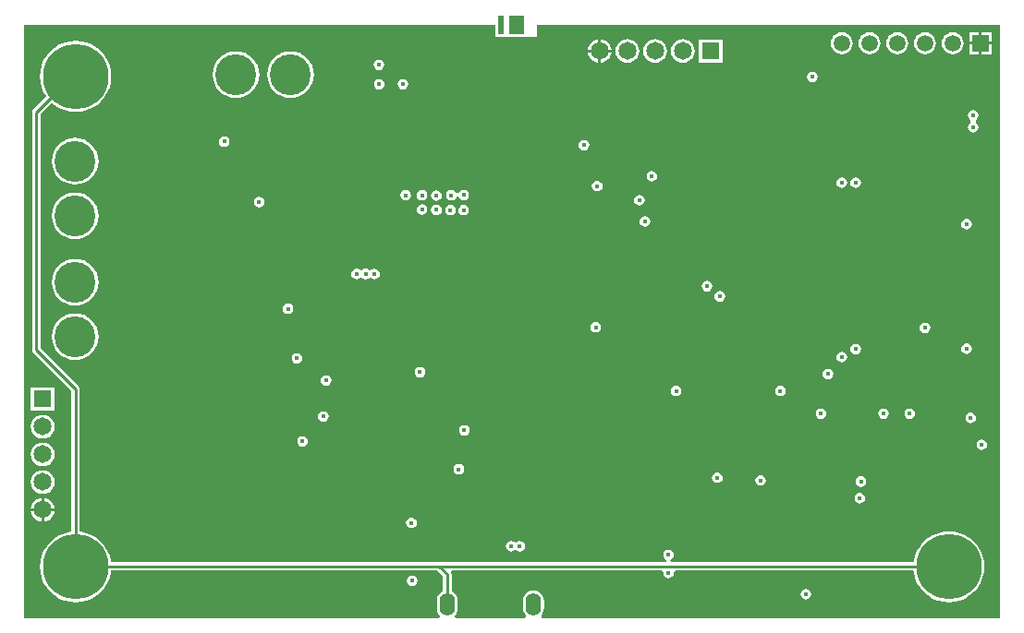
<source format=gbr>
%TF.GenerationSoftware,Altium Limited,Altium Designer,23.5.1 (21)*%
G04 Layer_Physical_Order=2*
G04 Layer_Color=36540*
%FSLAX45Y45*%
%MOMM*%
%TF.SameCoordinates,A45302B9-DC87-4458-812D-9FFDCF7A8BA5*%
%TF.FilePolarity,Positive*%
%TF.FileFunction,Copper,L2,Inr,Signal*%
%TF.Part,Single*%
G01*
G75*
%TA.AperFunction,Conductor*%
%ADD11C,0.25400*%
%TA.AperFunction,ComponentPad*%
%ADD45C,0.46000*%
%ADD46C,1.65000*%
%ADD47R,1.65000X1.65000*%
G04:AMPARAMS|DCode=48|XSize=2.1mm|YSize=1.4mm|CornerRadius=0.7mm|HoleSize=0mm|Usage=FLASHONLY|Rotation=90.000|XOffset=0mm|YOffset=0mm|HoleType=Round|Shape=RoundedRectangle|*
%AMROUNDEDRECTD48*
21,1,2.10000,0.00000,0,0,90.0*
21,1,0.70000,1.40000,0,0,90.0*
1,1,1.40000,0.00000,0.35000*
1,1,1.40000,0.00000,-0.35000*
1,1,1.40000,0.00000,-0.35000*
1,1,1.40000,0.00000,0.35000*
%
%ADD48ROUNDEDRECTD48*%
%ADD49C,6.00000*%
%ADD50C,1.50000*%
%ADD51R,1.50000X1.50000*%
%ADD52C,3.75000*%
%ADD53R,1.65000X1.65000*%
%TA.AperFunction,ViaPad*%
%ADD54C,0.45000*%
%TA.AperFunction,Conductor*%
%ADD55R,1.47320X1.77800*%
%ADD56R,0.50800X1.77800*%
G36*
X8969414Y30586D02*
X4772403D01*
X4765949Y44181D01*
X4764677Y50906D01*
X4778782Y69288D01*
X4788395Y92495D01*
X4791673Y117400D01*
Y187400D01*
X4788395Y212305D01*
X4778782Y235512D01*
X4763490Y255440D01*
X4743562Y270732D01*
X4720355Y280345D01*
X4695450Y283623D01*
X4670546Y280345D01*
X4647338Y270732D01*
X4627410Y255440D01*
X4612119Y235512D01*
X4602506Y212305D01*
X4599227Y187400D01*
Y117400D01*
X4602506Y92495D01*
X4612119Y69288D01*
X4626223Y50906D01*
X4624951Y44181D01*
X4618497Y30586D01*
X3982404D01*
X3975949Y44181D01*
X3974677Y50906D01*
X3988782Y69288D01*
X3998395Y92495D01*
X4001673Y117400D01*
Y187400D01*
X3998395Y212305D01*
X3988782Y235512D01*
X3973490Y255440D01*
X3953562Y270732D01*
X3944297Y274569D01*
Y429970D01*
X3941340Y444836D01*
X3940606Y445934D01*
X3951468Y466254D01*
X5865671D01*
X5882347Y445933D01*
X5882062Y444500D01*
X5885779Y425810D01*
X5896366Y409966D01*
X5912210Y399379D01*
X5930900Y395662D01*
X5949590Y399379D01*
X5965434Y409966D01*
X5976021Y425810D01*
X5979738Y444500D01*
X5979453Y445933D01*
X5996129Y466254D01*
X8176250D01*
X8177613Y448939D01*
X8189569Y399135D01*
X8209170Y351815D01*
X8235932Y308143D01*
X8269196Y269196D01*
X8308143Y235932D01*
X8351815Y209170D01*
X8399135Y189569D01*
X8448939Y177613D01*
X8500000Y173594D01*
X8551061Y177613D01*
X8600865Y189569D01*
X8648185Y209170D01*
X8691857Y235932D01*
X8730804Y269196D01*
X8764068Y308143D01*
X8790830Y351815D01*
X8810431Y399135D01*
X8822387Y448939D01*
X8826406Y500000D01*
X8822387Y551061D01*
X8810431Y600865D01*
X8790830Y648185D01*
X8764068Y691857D01*
X8730804Y730804D01*
X8691857Y764068D01*
X8648185Y790830D01*
X8600865Y810431D01*
X8551061Y822387D01*
X8500000Y826406D01*
X8448939Y822387D01*
X8399135Y810431D01*
X8351815Y790830D01*
X8308143Y764068D01*
X8269196Y730804D01*
X8235932Y691857D01*
X8209170Y648185D01*
X8189569Y600865D01*
X8177613Y551061D01*
X8177053Y543947D01*
X5950522D01*
X5948521Y564267D01*
X5949590Y564479D01*
X5965434Y575066D01*
X5976021Y590910D01*
X5979738Y609600D01*
X5976021Y628290D01*
X5965434Y644134D01*
X5949590Y654721D01*
X5930900Y658438D01*
X5912210Y654721D01*
X5896366Y644134D01*
X5885779Y628290D01*
X5882062Y609600D01*
X5885779Y590910D01*
X5896366Y575066D01*
X5912210Y564479D01*
X5913279Y564267D01*
X5911278Y543947D01*
X822947D01*
X822387Y551061D01*
X810431Y600865D01*
X790830Y648185D01*
X764068Y691857D01*
X730804Y730804D01*
X691857Y764068D01*
X648185Y790830D01*
X600865Y810431D01*
X551061Y822387D01*
X538847Y823349D01*
Y2128312D01*
X535889Y2143178D01*
X527469Y2155781D01*
X177791Y2505458D01*
Y4654224D01*
X281907Y4758340D01*
X308143Y4735932D01*
X351815Y4709170D01*
X399135Y4689569D01*
X448939Y4677612D01*
X500000Y4673594D01*
X551061Y4677612D01*
X600865Y4689569D01*
X648185Y4709170D01*
X691857Y4735932D01*
X730804Y4769196D01*
X764068Y4808143D01*
X790830Y4851815D01*
X810431Y4899135D01*
X822387Y4948939D01*
X826406Y5000000D01*
X822387Y5051061D01*
X810431Y5100865D01*
X790830Y5148185D01*
X764068Y5191857D01*
X730804Y5230804D01*
X691857Y5264068D01*
X648185Y5290830D01*
X600865Y5310431D01*
X551061Y5322387D01*
X500000Y5326406D01*
X448939Y5322387D01*
X399135Y5310431D01*
X351815Y5290830D01*
X308143Y5264068D01*
X269196Y5230804D01*
X235932Y5191857D01*
X209170Y5148185D01*
X189569Y5100865D01*
X177613Y5051061D01*
X173594Y5000000D01*
X177613Y4948939D01*
X189569Y4899135D01*
X209170Y4851815D01*
X230576Y4816883D01*
X111476Y4697783D01*
X103055Y4685181D01*
X100098Y4670315D01*
Y2489368D01*
X103055Y2474502D01*
X111476Y2461899D01*
X461154Y2112222D01*
Y823349D01*
X448939Y822387D01*
X399135Y810431D01*
X351815Y790830D01*
X308143Y764068D01*
X269196Y730804D01*
X235932Y691857D01*
X209170Y648185D01*
X189569Y600865D01*
X177613Y551061D01*
X173594Y500000D01*
X177613Y448939D01*
X189569Y399135D01*
X209170Y351815D01*
X235932Y308143D01*
X269196Y269196D01*
X308143Y235932D01*
X351815Y209170D01*
X399135Y189569D01*
X448939Y177613D01*
X500000Y173594D01*
X551061Y177613D01*
X600865Y189569D01*
X648185Y209170D01*
X691857Y235932D01*
X730804Y269196D01*
X764068Y308143D01*
X790830Y351815D01*
X810431Y399135D01*
X822387Y448939D01*
X823750Y466254D01*
X3814229D01*
X3866604Y413879D01*
Y274569D01*
X3857338Y270732D01*
X3837410Y255440D01*
X3822119Y235512D01*
X3812506Y212305D01*
X3809227Y187400D01*
Y117400D01*
X3812506Y92495D01*
X3822119Y69288D01*
X3836223Y50906D01*
X3834951Y44181D01*
X3828497Y30586D01*
X30586D01*
Y5469413D01*
X4343400D01*
Y5359400D01*
X4724400D01*
Y5469413D01*
X8969414D01*
Y30586D01*
D02*
G37*
%LPC*%
G36*
X8890010Y5403920D02*
X8802312D01*
Y5316220D01*
X8890010D01*
Y5403920D01*
D02*
G37*
G36*
X8776912D02*
X8689210D01*
Y5316220D01*
X8776912D01*
Y5403920D01*
D02*
G37*
G36*
X5313680Y5339559D02*
Y5245100D01*
X5408139D01*
X5406103Y5260568D01*
X5395231Y5286815D01*
X5377935Y5309355D01*
X5355395Y5326651D01*
X5329148Y5337523D01*
X5313680Y5339559D01*
D02*
G37*
G36*
X5288280D02*
X5272812Y5337523D01*
X5246565Y5326651D01*
X5224025Y5309355D01*
X5206729Y5286815D01*
X5195857Y5260568D01*
X5193821Y5245100D01*
X5288280D01*
Y5339559D01*
D02*
G37*
G36*
X8890010Y5290820D02*
X8802312D01*
Y5203120D01*
X8890010D01*
Y5290820D01*
D02*
G37*
G36*
X8776912D02*
X8689210D01*
Y5203120D01*
X8776912D01*
Y5290820D01*
D02*
G37*
G36*
X8535610Y5404786D02*
X8509401Y5401336D01*
X8484977Y5391219D01*
X8464004Y5375126D01*
X8447911Y5354153D01*
X8437795Y5329730D01*
X8434344Y5303520D01*
X8437795Y5277310D01*
X8447911Y5252887D01*
X8464004Y5231914D01*
X8484977Y5215821D01*
X8509401Y5205704D01*
X8535610Y5202254D01*
X8561820Y5205704D01*
X8586243Y5215821D01*
X8607216Y5231914D01*
X8623309Y5252887D01*
X8633426Y5277310D01*
X8636877Y5303520D01*
X8633426Y5329730D01*
X8623309Y5354153D01*
X8607216Y5375126D01*
X8586243Y5391219D01*
X8561820Y5401336D01*
X8535610Y5404786D01*
D02*
G37*
G36*
X8281610D02*
X8255401Y5401336D01*
X8230977Y5391219D01*
X8210004Y5375126D01*
X8193911Y5354153D01*
X8183795Y5329730D01*
X8180344Y5303520D01*
X8183795Y5277310D01*
X8193911Y5252887D01*
X8210004Y5231914D01*
X8230977Y5215821D01*
X8255401Y5205704D01*
X8281610Y5202254D01*
X8307820Y5205704D01*
X8332243Y5215821D01*
X8353216Y5231914D01*
X8369309Y5252887D01*
X8379426Y5277310D01*
X8382877Y5303520D01*
X8379426Y5329730D01*
X8369309Y5354153D01*
X8353216Y5375126D01*
X8332243Y5391219D01*
X8307820Y5401336D01*
X8281610Y5404786D01*
D02*
G37*
G36*
X8027610D02*
X8001401Y5401336D01*
X7976977Y5391219D01*
X7956004Y5375126D01*
X7939911Y5354153D01*
X7929795Y5329730D01*
X7926344Y5303520D01*
X7929795Y5277310D01*
X7939911Y5252887D01*
X7956004Y5231914D01*
X7976977Y5215821D01*
X8001401Y5205704D01*
X8027610Y5202254D01*
X8053820Y5205704D01*
X8078243Y5215821D01*
X8099216Y5231914D01*
X8115309Y5252887D01*
X8125426Y5277310D01*
X8128877Y5303520D01*
X8125426Y5329730D01*
X8115309Y5354153D01*
X8099216Y5375126D01*
X8078243Y5391219D01*
X8053820Y5401336D01*
X8027610Y5404786D01*
D02*
G37*
G36*
X7773610D02*
X7747401Y5401336D01*
X7722977Y5391219D01*
X7702004Y5375126D01*
X7685911Y5354153D01*
X7675795Y5329730D01*
X7672344Y5303520D01*
X7675795Y5277310D01*
X7685911Y5252887D01*
X7702004Y5231914D01*
X7722977Y5215821D01*
X7747401Y5205704D01*
X7773610Y5202254D01*
X7799820Y5205704D01*
X7824243Y5215821D01*
X7845216Y5231914D01*
X7861309Y5252887D01*
X7871426Y5277310D01*
X7874877Y5303520D01*
X7871426Y5329730D01*
X7861309Y5354153D01*
X7845216Y5375126D01*
X7824243Y5391219D01*
X7799820Y5401336D01*
X7773610Y5404786D01*
D02*
G37*
G36*
X7519610D02*
X7493401Y5401336D01*
X7468977Y5391219D01*
X7448004Y5375126D01*
X7431911Y5354153D01*
X7421795Y5329730D01*
X7418344Y5303520D01*
X7421795Y5277310D01*
X7431911Y5252887D01*
X7448004Y5231914D01*
X7468977Y5215821D01*
X7493401Y5205704D01*
X7519610Y5202254D01*
X7545820Y5205704D01*
X7570243Y5215821D01*
X7591216Y5231914D01*
X7607309Y5252887D01*
X7617426Y5277310D01*
X7620877Y5303520D01*
X7617426Y5329730D01*
X7607309Y5354153D01*
X7591216Y5375126D01*
X7570243Y5391219D01*
X7545820Y5401336D01*
X7519610Y5404786D01*
D02*
G37*
G36*
X5408139Y5219700D02*
X5313680D01*
Y5125241D01*
X5329148Y5127277D01*
X5355395Y5138149D01*
X5377935Y5155445D01*
X5395231Y5177985D01*
X5406103Y5204232D01*
X5408139Y5219700D01*
D02*
G37*
G36*
X5288280D02*
X5193821D01*
X5195857Y5204232D01*
X5206729Y5177985D01*
X5224025Y5155445D01*
X5246565Y5138149D01*
X5272812Y5127277D01*
X5288280Y5125241D01*
Y5219700D01*
D02*
G37*
G36*
X6424880Y5340300D02*
X6209080D01*
Y5124500D01*
X6424880D01*
Y5340300D01*
D02*
G37*
G36*
X6062980Y5341231D02*
X6034812Y5337523D01*
X6008565Y5326651D01*
X5986025Y5309355D01*
X5968729Y5286815D01*
X5957857Y5260568D01*
X5954149Y5232400D01*
X5957857Y5204232D01*
X5968729Y5177985D01*
X5986025Y5155445D01*
X6008565Y5138149D01*
X6034812Y5127277D01*
X6062980Y5123569D01*
X6091148Y5127277D01*
X6117395Y5138149D01*
X6139935Y5155445D01*
X6157231Y5177985D01*
X6168103Y5204232D01*
X6171811Y5232400D01*
X6168103Y5260568D01*
X6157231Y5286815D01*
X6139935Y5309355D01*
X6117395Y5326651D01*
X6091148Y5337523D01*
X6062980Y5341231D01*
D02*
G37*
G36*
X5808980D02*
X5780812Y5337523D01*
X5754565Y5326651D01*
X5732025Y5309355D01*
X5714729Y5286815D01*
X5703857Y5260568D01*
X5700149Y5232400D01*
X5703857Y5204232D01*
X5714729Y5177985D01*
X5732025Y5155445D01*
X5754565Y5138149D01*
X5780812Y5127277D01*
X5808980Y5123569D01*
X5837148Y5127277D01*
X5863395Y5138149D01*
X5885935Y5155445D01*
X5903231Y5177985D01*
X5914103Y5204232D01*
X5917811Y5232400D01*
X5914103Y5260568D01*
X5903231Y5286815D01*
X5885935Y5309355D01*
X5863395Y5326651D01*
X5837148Y5337523D01*
X5808980Y5341231D01*
D02*
G37*
G36*
X5554980D02*
X5526812Y5337523D01*
X5500565Y5326651D01*
X5478025Y5309355D01*
X5460729Y5286815D01*
X5449857Y5260568D01*
X5446149Y5232400D01*
X5449857Y5204232D01*
X5460729Y5177985D01*
X5478025Y5155445D01*
X5500565Y5138149D01*
X5526812Y5127277D01*
X5554980Y5123569D01*
X5583148Y5127277D01*
X5609395Y5138149D01*
X5631935Y5155445D01*
X5649231Y5177985D01*
X5660103Y5204232D01*
X5663811Y5232400D01*
X5660103Y5260568D01*
X5649231Y5286815D01*
X5631935Y5309355D01*
X5609395Y5326651D01*
X5583148Y5337523D01*
X5554980Y5341231D01*
D02*
G37*
G36*
X3278853Y5154238D02*
X3260164Y5150521D01*
X3244320Y5139934D01*
X3233733Y5124090D01*
X3230015Y5105400D01*
X3233733Y5086710D01*
X3244320Y5070866D01*
X3260164Y5060279D01*
X3278853Y5056562D01*
X3297543Y5060279D01*
X3313387Y5070866D01*
X3323974Y5086710D01*
X3327692Y5105400D01*
X3323974Y5124090D01*
X3313387Y5139934D01*
X3297543Y5150521D01*
X3278853Y5154238D01*
D02*
G37*
G36*
X7249160Y5042478D02*
X7230470Y5038761D01*
X7214626Y5028174D01*
X7204039Y5012330D01*
X7200322Y4993640D01*
X7204039Y4974950D01*
X7214626Y4959106D01*
X7230470Y4948519D01*
X7249160Y4944802D01*
X7267850Y4948519D01*
X7283694Y4959106D01*
X7294281Y4974950D01*
X7297998Y4993640D01*
X7294281Y5012330D01*
X7283694Y5028174D01*
X7267850Y5038761D01*
X7249160Y5042478D01*
D02*
G37*
G36*
X3499588Y4976438D02*
X3480898Y4972721D01*
X3465054Y4962134D01*
X3454467Y4946290D01*
X3450749Y4927600D01*
X3454467Y4908910D01*
X3465054Y4893066D01*
X3480898Y4882479D01*
X3499588Y4878762D01*
X3518277Y4882479D01*
X3534121Y4893066D01*
X3544708Y4908910D01*
X3548426Y4927600D01*
X3544708Y4946290D01*
X3534121Y4962134D01*
X3518277Y4972721D01*
X3499588Y4976438D01*
D02*
G37*
G36*
X3281107D02*
X3262417Y4972721D01*
X3246573Y4962134D01*
X3235986Y4946290D01*
X3232269Y4927600D01*
X3235986Y4908910D01*
X3246573Y4893066D01*
X3262417Y4882479D01*
X3281107Y4878762D01*
X3299797Y4882479D01*
X3315641Y4893066D01*
X3326228Y4908910D01*
X3329945Y4927600D01*
X3326228Y4946290D01*
X3315641Y4962134D01*
X3299797Y4972721D01*
X3281107Y4976438D01*
D02*
G37*
G36*
X2468500Y5230430D02*
X2426764Y5226319D01*
X2386633Y5214146D01*
X2349647Y5194376D01*
X2317229Y5167771D01*
X2290624Y5135353D01*
X2270854Y5098368D01*
X2258681Y5058236D01*
X2254570Y5016500D01*
X2258681Y4974764D01*
X2270854Y4934632D01*
X2290624Y4897647D01*
X2317229Y4865229D01*
X2349647Y4838624D01*
X2386633Y4818854D01*
X2426764Y4806681D01*
X2468500Y4802570D01*
X2510236Y4806681D01*
X2550368Y4818854D01*
X2587353Y4838624D01*
X2619771Y4865229D01*
X2646376Y4897647D01*
X2666146Y4934632D01*
X2678320Y4974764D01*
X2682430Y5016500D01*
X2678320Y5058236D01*
X2666146Y5098368D01*
X2646376Y5135353D01*
X2619771Y5167771D01*
X2587353Y5194376D01*
X2550368Y5214146D01*
X2510236Y5226319D01*
X2468500Y5230430D01*
D02*
G37*
G36*
X1968500D02*
X1926764Y5226319D01*
X1886632Y5214146D01*
X1849647Y5194376D01*
X1817229Y5167771D01*
X1790624Y5135353D01*
X1770854Y5098368D01*
X1758681Y5058236D01*
X1754570Y5016500D01*
X1758681Y4974764D01*
X1770854Y4934632D01*
X1790624Y4897647D01*
X1817229Y4865229D01*
X1849647Y4838624D01*
X1886632Y4818854D01*
X1926764Y4806681D01*
X1968500Y4802570D01*
X2010236Y4806681D01*
X2050368Y4818854D01*
X2087353Y4838624D01*
X2119771Y4865229D01*
X2146376Y4897647D01*
X2166146Y4934632D01*
X2178319Y4974764D01*
X2182430Y5016500D01*
X2178319Y5058236D01*
X2166146Y5098368D01*
X2146376Y5135353D01*
X2119771Y5167771D01*
X2087353Y5194376D01*
X2050368Y5214146D01*
X2010236Y5226319D01*
X1968500Y5230430D01*
D02*
G37*
G36*
X8721889Y4689418D02*
X8703200Y4685701D01*
X8687355Y4675114D01*
X8676769Y4659270D01*
X8673051Y4640580D01*
X8676769Y4621890D01*
X8687355Y4606046D01*
X8698605Y4598529D01*
X8700083Y4592255D01*
Y4582225D01*
X8698605Y4575951D01*
X8687355Y4568434D01*
X8676769Y4552590D01*
X8673051Y4533900D01*
X8676769Y4515210D01*
X8687355Y4499366D01*
X8703200Y4488779D01*
X8721889Y4485062D01*
X8740579Y4488779D01*
X8756423Y4499366D01*
X8767010Y4515210D01*
X8770728Y4533900D01*
X8767010Y4552590D01*
X8756423Y4568434D01*
X8745174Y4575951D01*
X8743696Y4582225D01*
Y4592255D01*
X8745174Y4598529D01*
X8756423Y4606046D01*
X8767010Y4621890D01*
X8770728Y4640580D01*
X8767010Y4659270D01*
X8756423Y4675114D01*
X8740579Y4685701D01*
X8721889Y4689418D01*
D02*
G37*
G36*
X1860910Y4450059D02*
X1842221Y4446342D01*
X1826377Y4435755D01*
X1815790Y4419910D01*
X1812072Y4401221D01*
X1815790Y4382531D01*
X1826377Y4366687D01*
X1842221Y4356100D01*
X1860910Y4352382D01*
X1879600Y4356100D01*
X1895444Y4366687D01*
X1906031Y4382531D01*
X1909749Y4401221D01*
X1906031Y4419910D01*
X1895444Y4435755D01*
X1879600Y4446342D01*
X1860910Y4450059D01*
D02*
G37*
G36*
X5156200Y4417638D02*
X5137510Y4413921D01*
X5121666Y4403334D01*
X5111079Y4387490D01*
X5107362Y4368800D01*
X5111079Y4350110D01*
X5121666Y4334266D01*
X5137510Y4323679D01*
X5156200Y4319962D01*
X5174890Y4323679D01*
X5190734Y4334266D01*
X5201321Y4350110D01*
X5205038Y4368800D01*
X5201321Y4387490D01*
X5190734Y4403334D01*
X5174890Y4413921D01*
X5156200Y4417638D01*
D02*
G37*
G36*
X5778400Y4133138D02*
X5759710Y4129421D01*
X5743866Y4118834D01*
X5733279Y4102990D01*
X5729562Y4084300D01*
X5733279Y4065610D01*
X5743866Y4049766D01*
X5759710Y4039179D01*
X5778400Y4035462D01*
X5797089Y4039179D01*
X5812934Y4049766D01*
X5823521Y4065610D01*
X5827238Y4084300D01*
X5823521Y4102990D01*
X5812934Y4118834D01*
X5797089Y4129421D01*
X5778400Y4133138D01*
D02*
G37*
G36*
X495300Y4435030D02*
X453564Y4430920D01*
X413432Y4418746D01*
X376447Y4398976D01*
X344029Y4372371D01*
X317424Y4339953D01*
X297654Y4302968D01*
X285481Y4262836D01*
X281370Y4221100D01*
X285481Y4179364D01*
X297654Y4139233D01*
X317424Y4102247D01*
X344029Y4069829D01*
X376447Y4043224D01*
X413432Y4023454D01*
X453564Y4011281D01*
X495300Y4007170D01*
X537036Y4011281D01*
X577168Y4023454D01*
X614153Y4043224D01*
X646571Y4069829D01*
X673176Y4102247D01*
X692946Y4139233D01*
X705119Y4179364D01*
X709230Y4221100D01*
X705119Y4262836D01*
X692946Y4302968D01*
X673176Y4339953D01*
X646571Y4372371D01*
X614153Y4398976D01*
X577168Y4418746D01*
X537036Y4430920D01*
X495300Y4435030D01*
D02*
G37*
G36*
X7645400Y4074174D02*
X7626710Y4070457D01*
X7610866Y4059870D01*
X7600279Y4044026D01*
X7596562Y4025336D01*
X7600279Y4006647D01*
X7610866Y3990802D01*
X7626710Y3980215D01*
X7645400Y3976498D01*
X7664090Y3980215D01*
X7679934Y3990802D01*
X7690521Y4006647D01*
X7694238Y4025336D01*
X7690521Y4044026D01*
X7679934Y4059870D01*
X7664090Y4070457D01*
X7645400Y4074174D01*
D02*
G37*
G36*
X7518400D02*
X7499710Y4070457D01*
X7483866Y4059870D01*
X7473279Y4044026D01*
X7469562Y4025336D01*
X7473279Y4006647D01*
X7483866Y3990802D01*
X7499710Y3980215D01*
X7518400Y3976498D01*
X7537090Y3980215D01*
X7552934Y3990802D01*
X7563521Y4006647D01*
X7567238Y4025336D01*
X7563521Y4044026D01*
X7552934Y4059870D01*
X7537090Y4070457D01*
X7518400Y4074174D01*
D02*
G37*
G36*
X5278120Y4041718D02*
X5259430Y4038001D01*
X5243586Y4027414D01*
X5232999Y4011570D01*
X5229282Y3992880D01*
X5232999Y3974190D01*
X5243586Y3958346D01*
X5259430Y3947759D01*
X5278120Y3944042D01*
X5296810Y3947759D01*
X5312654Y3958346D01*
X5323241Y3974190D01*
X5326958Y3992880D01*
X5323241Y4011570D01*
X5312654Y4027414D01*
X5296810Y4038001D01*
X5278120Y4041718D01*
D02*
G37*
G36*
X4053840Y3959640D02*
X4035150Y3955923D01*
X4019306Y3945336D01*
X4008719Y3929492D01*
X4008146Y3926609D01*
X3987428D01*
X3987201Y3927750D01*
X3976614Y3943594D01*
X3960770Y3954181D01*
X3942080Y3957898D01*
X3923390Y3954181D01*
X3907546Y3943594D01*
X3896959Y3927750D01*
X3893242Y3909060D01*
X3896959Y3890370D01*
X3907546Y3874526D01*
X3923390Y3863939D01*
X3942080Y3860222D01*
X3960770Y3863939D01*
X3976614Y3874526D01*
X3987201Y3890370D01*
X3987774Y3893253D01*
X4008492D01*
X4008719Y3892112D01*
X4019306Y3876268D01*
X4035150Y3865681D01*
X4053840Y3861964D01*
X4072530Y3865681D01*
X4088374Y3876268D01*
X4098961Y3892112D01*
X4102678Y3910802D01*
X4098961Y3929492D01*
X4088374Y3945336D01*
X4072530Y3955923D01*
X4053840Y3959640D01*
D02*
G37*
G36*
X3672840Y3957898D02*
X3654150Y3954181D01*
X3638306Y3943594D01*
X3627719Y3927750D01*
X3624002Y3909060D01*
X3627719Y3890370D01*
X3638306Y3874526D01*
X3654150Y3863939D01*
X3672840Y3860222D01*
X3691530Y3863939D01*
X3707374Y3874526D01*
X3717961Y3890370D01*
X3721678Y3909060D01*
X3717961Y3927750D01*
X3707374Y3943594D01*
X3691530Y3954181D01*
X3672840Y3957898D01*
D02*
G37*
G36*
X3522980D02*
X3504290Y3954181D01*
X3488446Y3943594D01*
X3477859Y3927750D01*
X3474142Y3909060D01*
X3477859Y3890370D01*
X3488446Y3874526D01*
X3504290Y3863939D01*
X3522980Y3860222D01*
X3541670Y3863939D01*
X3557514Y3874526D01*
X3568101Y3890370D01*
X3571818Y3909060D01*
X3568101Y3927750D01*
X3557514Y3943594D01*
X3541670Y3954181D01*
X3522980Y3957898D01*
D02*
G37*
G36*
X3804920Y3955358D02*
X3786230Y3951641D01*
X3770386Y3941054D01*
X3759799Y3925210D01*
X3756082Y3906520D01*
X3759799Y3887830D01*
X3770386Y3871986D01*
X3786230Y3861399D01*
X3804920Y3857682D01*
X3823610Y3861399D01*
X3839454Y3871986D01*
X3850041Y3887830D01*
X3853758Y3906520D01*
X3850041Y3925210D01*
X3839454Y3941054D01*
X3823610Y3951641D01*
X3804920Y3955358D01*
D02*
G37*
G36*
X5664100Y3911135D02*
X5645410Y3907418D01*
X5629566Y3896831D01*
X5618979Y3880987D01*
X5615262Y3862297D01*
X5618979Y3843608D01*
X5629566Y3827763D01*
X5645410Y3817176D01*
X5664100Y3813459D01*
X5682789Y3817176D01*
X5698634Y3827763D01*
X5709221Y3843608D01*
X5712938Y3862297D01*
X5709221Y3880987D01*
X5698634Y3896831D01*
X5682789Y3907418D01*
X5664100Y3911135D01*
D02*
G37*
G36*
X2181800Y3894338D02*
X2163110Y3890621D01*
X2147266Y3880034D01*
X2136679Y3864190D01*
X2132962Y3845500D01*
X2136679Y3826810D01*
X2147266Y3810966D01*
X2163110Y3800379D01*
X2181800Y3796662D01*
X2200490Y3800379D01*
X2216334Y3810966D01*
X2226921Y3826810D01*
X2230638Y3845500D01*
X2226921Y3864190D01*
X2216334Y3880034D01*
X2200490Y3890621D01*
X2181800Y3894338D01*
D02*
G37*
G36*
X3672840Y3826632D02*
X3654150Y3822915D01*
X3638306Y3812328D01*
X3627719Y3796483D01*
X3624002Y3777794D01*
X3627719Y3759104D01*
X3638306Y3743260D01*
X3654150Y3732673D01*
X3672840Y3728955D01*
X3691530Y3732673D01*
X3707374Y3743260D01*
X3717961Y3759104D01*
X3721678Y3777794D01*
X3717961Y3796483D01*
X3707374Y3812328D01*
X3691530Y3822915D01*
X3672840Y3826632D01*
D02*
G37*
G36*
X3804920Y3823278D02*
X3786230Y3819561D01*
X3770386Y3808974D01*
X3759799Y3793130D01*
X3756082Y3774440D01*
X3759799Y3755750D01*
X3770386Y3739906D01*
X3786230Y3729319D01*
X3804920Y3725602D01*
X3823610Y3729319D01*
X3839454Y3739906D01*
X3850041Y3755750D01*
X3853758Y3774440D01*
X3850041Y3793130D01*
X3839454Y3808974D01*
X3823610Y3819561D01*
X3804920Y3823278D01*
D02*
G37*
G36*
X4053840Y3821236D02*
X4035150Y3817518D01*
X4019306Y3806931D01*
X4008719Y3791087D01*
X4005002Y3772398D01*
X4008719Y3753708D01*
X4019306Y3737864D01*
X4035150Y3727277D01*
X4053840Y3723559D01*
X4072530Y3727277D01*
X4088374Y3737864D01*
X4098961Y3753708D01*
X4102678Y3772398D01*
X4098961Y3791087D01*
X4088374Y3806931D01*
X4072530Y3817518D01*
X4053840Y3821236D01*
D02*
G37*
G36*
X3934460D02*
X3915770Y3817518D01*
X3899926Y3806931D01*
X3889339Y3791087D01*
X3885622Y3772398D01*
X3889339Y3753708D01*
X3899926Y3737864D01*
X3915770Y3727277D01*
X3934460Y3723559D01*
X3953150Y3727277D01*
X3968994Y3737864D01*
X3979581Y3753708D01*
X3983298Y3772398D01*
X3979581Y3791087D01*
X3968994Y3806931D01*
X3953150Y3817518D01*
X3934460Y3821236D01*
D02*
G37*
G36*
X5715000Y3717838D02*
X5696310Y3714121D01*
X5680466Y3703534D01*
X5669879Y3687690D01*
X5666162Y3669000D01*
X5669879Y3650310D01*
X5680466Y3634466D01*
X5696310Y3623879D01*
X5715000Y3620162D01*
X5733690Y3623879D01*
X5749534Y3634466D01*
X5760121Y3650310D01*
X5763838Y3669000D01*
X5760121Y3687690D01*
X5749534Y3703534D01*
X5733690Y3714121D01*
X5715000Y3717838D01*
D02*
G37*
G36*
X8661400Y3693738D02*
X8642710Y3690021D01*
X8626866Y3679434D01*
X8616279Y3663590D01*
X8612562Y3644900D01*
X8616279Y3626210D01*
X8626866Y3610366D01*
X8642710Y3599779D01*
X8661400Y3596062D01*
X8680090Y3599779D01*
X8695934Y3610366D01*
X8706521Y3626210D01*
X8710238Y3644900D01*
X8706521Y3663590D01*
X8695934Y3679434D01*
X8680090Y3690021D01*
X8661400Y3693738D01*
D02*
G37*
G36*
X495300Y3935030D02*
X453564Y3930919D01*
X413432Y3918746D01*
X376447Y3898976D01*
X344029Y3872371D01*
X317424Y3839953D01*
X297654Y3802968D01*
X285481Y3762836D01*
X281370Y3721100D01*
X285481Y3679364D01*
X297654Y3639232D01*
X317424Y3602247D01*
X344029Y3569829D01*
X376447Y3543224D01*
X413432Y3523454D01*
X453564Y3511281D01*
X495300Y3507170D01*
X537036Y3511281D01*
X577168Y3523454D01*
X614153Y3543224D01*
X646571Y3569829D01*
X673176Y3602247D01*
X692946Y3639232D01*
X705119Y3679364D01*
X709230Y3721100D01*
X705119Y3762836D01*
X692946Y3802968D01*
X673176Y3839953D01*
X646571Y3872371D01*
X614153Y3898976D01*
X577168Y3918746D01*
X537036Y3930919D01*
X495300Y3935030D01*
D02*
G37*
G36*
X3155949Y3236538D02*
X3137260Y3232821D01*
X3128991Y3227295D01*
X3114675Y3223854D01*
X3100359Y3227295D01*
X3092090Y3232821D01*
X3073400Y3236538D01*
X3054710Y3232821D01*
X3038866Y3222234D01*
X3028279Y3206390D01*
X3024562Y3187700D01*
X3028279Y3169010D01*
X3038866Y3153166D01*
X3054710Y3142579D01*
X3073400Y3138862D01*
X3092090Y3142579D01*
X3100359Y3148105D01*
X3114675Y3151546D01*
X3128991Y3148105D01*
X3137260Y3142579D01*
X3155949Y3138862D01*
X3174639Y3142579D01*
X3181985Y3147488D01*
X3203966Y3151166D01*
X3219810Y3140579D01*
X3238500Y3136862D01*
X3257190Y3140579D01*
X3273034Y3151166D01*
X3283621Y3167010D01*
X3287338Y3185700D01*
X3283621Y3204390D01*
X3273034Y3220234D01*
X3257190Y3230821D01*
X3238500Y3234538D01*
X3219810Y3230821D01*
X3212464Y3225912D01*
X3190483Y3222234D01*
X3174639Y3232821D01*
X3155949Y3236538D01*
D02*
G37*
G36*
X6284660Y3122938D02*
X6265970Y3119221D01*
X6250126Y3108634D01*
X6239539Y3092790D01*
X6235822Y3074100D01*
X6239539Y3055410D01*
X6250126Y3039566D01*
X6265970Y3028979D01*
X6284660Y3025262D01*
X6303350Y3028979D01*
X6319194Y3039566D01*
X6329781Y3055410D01*
X6333498Y3074100D01*
X6329781Y3092790D01*
X6319194Y3108634D01*
X6303350Y3119221D01*
X6284660Y3122938D01*
D02*
G37*
G36*
X6400800Y3029338D02*
X6382110Y3025621D01*
X6366266Y3015034D01*
X6355679Y2999190D01*
X6351962Y2980500D01*
X6355679Y2961810D01*
X6366266Y2945966D01*
X6382110Y2935379D01*
X6400800Y2931662D01*
X6419490Y2935379D01*
X6435334Y2945966D01*
X6445921Y2961810D01*
X6449638Y2980500D01*
X6445921Y2999190D01*
X6435334Y3015034D01*
X6419490Y3025621D01*
X6400800Y3029338D01*
D02*
G37*
G36*
X495300Y3325430D02*
X453564Y3321319D01*
X413432Y3309146D01*
X376447Y3289376D01*
X344029Y3262771D01*
X317424Y3230353D01*
X297654Y3193368D01*
X285481Y3153236D01*
X281370Y3111500D01*
X285481Y3069764D01*
X297654Y3029632D01*
X317424Y2992647D01*
X344029Y2960229D01*
X376447Y2933624D01*
X413432Y2913854D01*
X453564Y2901681D01*
X495300Y2897570D01*
X537036Y2901681D01*
X577168Y2913854D01*
X614153Y2933624D01*
X646571Y2960229D01*
X673176Y2992647D01*
X692946Y3029632D01*
X705119Y3069764D01*
X709230Y3111500D01*
X705119Y3153236D01*
X692946Y3193368D01*
X673176Y3230353D01*
X646571Y3262771D01*
X614153Y3289376D01*
X577168Y3309146D01*
X537036Y3321319D01*
X495300Y3325430D01*
D02*
G37*
G36*
X2446020Y2916498D02*
X2427330Y2912781D01*
X2411486Y2902194D01*
X2400899Y2886350D01*
X2397182Y2867660D01*
X2400899Y2848970D01*
X2411486Y2833126D01*
X2427330Y2822539D01*
X2446020Y2818822D01*
X2464710Y2822539D01*
X2480554Y2833126D01*
X2491141Y2848970D01*
X2494858Y2867660D01*
X2491141Y2886350D01*
X2480554Y2902194D01*
X2464710Y2912781D01*
X2446020Y2916498D01*
D02*
G37*
G36*
X5264941Y2746318D02*
X5246251Y2742601D01*
X5230407Y2732014D01*
X5219820Y2716170D01*
X5216103Y2697480D01*
X5219820Y2678790D01*
X5230407Y2662946D01*
X5246251Y2652359D01*
X5264941Y2648642D01*
X5283631Y2652359D01*
X5299475Y2662946D01*
X5310062Y2678790D01*
X5313779Y2697480D01*
X5310062Y2716170D01*
X5299475Y2732014D01*
X5283631Y2742601D01*
X5264941Y2746318D01*
D02*
G37*
G36*
X8280400Y2741238D02*
X8261710Y2737521D01*
X8245866Y2726934D01*
X8235279Y2711090D01*
X8231562Y2692400D01*
X8235279Y2673710D01*
X8245866Y2657866D01*
X8261710Y2647279D01*
X8280400Y2643562D01*
X8299090Y2647279D01*
X8314934Y2657866D01*
X8325521Y2673710D01*
X8329238Y2692400D01*
X8325521Y2711090D01*
X8314934Y2726934D01*
X8299090Y2737521D01*
X8280400Y2741238D01*
D02*
G37*
G36*
X8661400Y2550738D02*
X8642710Y2547021D01*
X8626866Y2536434D01*
X8616279Y2520590D01*
X8612562Y2501900D01*
X8616279Y2483210D01*
X8626866Y2467366D01*
X8642710Y2456779D01*
X8661400Y2453062D01*
X8680090Y2456779D01*
X8695934Y2467366D01*
X8706521Y2483210D01*
X8710238Y2501900D01*
X8706521Y2520590D01*
X8695934Y2536434D01*
X8680090Y2547021D01*
X8661400Y2550738D01*
D02*
G37*
G36*
X7645400Y2545658D02*
X7626710Y2541941D01*
X7610866Y2531354D01*
X7600279Y2515510D01*
X7596562Y2496820D01*
X7600279Y2478130D01*
X7610866Y2462286D01*
X7626710Y2451699D01*
X7645400Y2447982D01*
X7664090Y2451699D01*
X7679934Y2462286D01*
X7690521Y2478130D01*
X7694238Y2496820D01*
X7690521Y2515510D01*
X7679934Y2531354D01*
X7664090Y2541941D01*
X7645400Y2545658D01*
D02*
G37*
G36*
X495300Y2825430D02*
X453564Y2821319D01*
X413432Y2809146D01*
X376447Y2789376D01*
X344029Y2762771D01*
X317424Y2730353D01*
X297654Y2693367D01*
X285481Y2653236D01*
X281370Y2611500D01*
X285481Y2569764D01*
X297654Y2529632D01*
X317424Y2492647D01*
X344029Y2460229D01*
X376447Y2433624D01*
X413432Y2413854D01*
X453564Y2401680D01*
X495300Y2397570D01*
X537036Y2401680D01*
X577168Y2413854D01*
X614153Y2433624D01*
X646571Y2460229D01*
X673176Y2492647D01*
X692946Y2529632D01*
X705119Y2569764D01*
X709230Y2611500D01*
X705119Y2653236D01*
X692946Y2693367D01*
X673176Y2730353D01*
X646571Y2762771D01*
X614153Y2789376D01*
X577168Y2809146D01*
X537036Y2821319D01*
X495300Y2825430D01*
D02*
G37*
G36*
X7518400Y2471998D02*
X7499710Y2468281D01*
X7483866Y2457694D01*
X7473279Y2441850D01*
X7469562Y2423160D01*
X7473279Y2404470D01*
X7483866Y2388626D01*
X7499710Y2378039D01*
X7518400Y2374322D01*
X7537090Y2378039D01*
X7552934Y2388626D01*
X7563521Y2404470D01*
X7567238Y2423160D01*
X7563521Y2441850D01*
X7552934Y2457694D01*
X7537090Y2468281D01*
X7518400Y2471998D01*
D02*
G37*
G36*
X2527300Y2461838D02*
X2508610Y2458121D01*
X2492766Y2447534D01*
X2482179Y2431690D01*
X2478462Y2413000D01*
X2482179Y2394310D01*
X2492766Y2378466D01*
X2508610Y2367879D01*
X2527300Y2364162D01*
X2545990Y2367879D01*
X2561834Y2378466D01*
X2572421Y2394310D01*
X2576138Y2413000D01*
X2572421Y2431690D01*
X2561834Y2447534D01*
X2545990Y2458121D01*
X2527300Y2461838D01*
D02*
G37*
G36*
X3655060Y2334838D02*
X3636370Y2331121D01*
X3620526Y2320534D01*
X3609939Y2304690D01*
X3606222Y2286000D01*
X3609939Y2267310D01*
X3620526Y2251466D01*
X3636370Y2240879D01*
X3655060Y2237162D01*
X3673750Y2240879D01*
X3689594Y2251466D01*
X3700181Y2267310D01*
X3703898Y2286000D01*
X3700181Y2304690D01*
X3689594Y2320534D01*
X3673750Y2331121D01*
X3655060Y2334838D01*
D02*
G37*
G36*
X7391400Y2317058D02*
X7372710Y2313341D01*
X7356866Y2302754D01*
X7346279Y2286910D01*
X7342562Y2268220D01*
X7346279Y2249530D01*
X7356866Y2233686D01*
X7372710Y2223099D01*
X7391400Y2219382D01*
X7410090Y2223099D01*
X7425934Y2233686D01*
X7436521Y2249530D01*
X7440238Y2268220D01*
X7436521Y2286910D01*
X7425934Y2302754D01*
X7410090Y2313341D01*
X7391400Y2317058D01*
D02*
G37*
G36*
X2794000Y2258638D02*
X2775310Y2254921D01*
X2759466Y2244334D01*
X2748879Y2228490D01*
X2745162Y2209800D01*
X2748879Y2191110D01*
X2759466Y2175266D01*
X2775310Y2164679D01*
X2794000Y2160962D01*
X2812690Y2164679D01*
X2828534Y2175266D01*
X2839121Y2191110D01*
X2842838Y2209800D01*
X2839121Y2228490D01*
X2828534Y2244334D01*
X2812690Y2254921D01*
X2794000Y2258638D01*
D02*
G37*
G36*
X6957060Y2162118D02*
X6938370Y2158401D01*
X6922526Y2147814D01*
X6911939Y2131970D01*
X6908222Y2113280D01*
X6911939Y2094590D01*
X6922526Y2078746D01*
X6938370Y2068159D01*
X6957060Y2064442D01*
X6975750Y2068159D01*
X6991594Y2078746D01*
X7002181Y2094590D01*
X7005898Y2113280D01*
X7002181Y2131970D01*
X6991594Y2147814D01*
X6975750Y2158401D01*
X6957060Y2162118D01*
D02*
G37*
G36*
X6002020D02*
X5983330Y2158401D01*
X5967486Y2147814D01*
X5956899Y2131970D01*
X5953182Y2113280D01*
X5956899Y2094590D01*
X5967486Y2078746D01*
X5983330Y2068159D01*
X6002020Y2064442D01*
X6020710Y2068159D01*
X6036554Y2078746D01*
X6047141Y2094590D01*
X6050858Y2113280D01*
X6047141Y2131970D01*
X6036554Y2147814D01*
X6020710Y2158401D01*
X6002020Y2162118D01*
D02*
G37*
G36*
X305550Y2147050D02*
X89750D01*
Y1931250D01*
X305550D01*
Y2147050D01*
D02*
G37*
G36*
X8140700Y1953838D02*
X8122010Y1950121D01*
X8106166Y1939534D01*
X8095579Y1923690D01*
X8091861Y1905000D01*
X8095579Y1886310D01*
X8106166Y1870466D01*
X8122010Y1859879D01*
X8140700Y1856162D01*
X8159389Y1859879D01*
X8175234Y1870466D01*
X8185821Y1886310D01*
X8189538Y1905000D01*
X8185821Y1923690D01*
X8175234Y1939534D01*
X8159389Y1950121D01*
X8140700Y1953838D01*
D02*
G37*
G36*
X7901600D02*
X7882911Y1950121D01*
X7867066Y1939534D01*
X7856479Y1923690D01*
X7852762Y1905000D01*
X7856479Y1886310D01*
X7867066Y1870466D01*
X7882911Y1859879D01*
X7901600Y1856162D01*
X7920290Y1859879D01*
X7936134Y1870466D01*
X7946721Y1886310D01*
X7950439Y1905000D01*
X7946721Y1923690D01*
X7936134Y1939534D01*
X7920290Y1950121D01*
X7901600Y1953838D01*
D02*
G37*
G36*
X7327900D02*
X7309210Y1950121D01*
X7293366Y1939534D01*
X7282779Y1923690D01*
X7279062Y1905000D01*
X7282779Y1886310D01*
X7293366Y1870466D01*
X7309210Y1859879D01*
X7327900Y1856162D01*
X7346590Y1859879D01*
X7362434Y1870466D01*
X7373021Y1886310D01*
X7376738Y1905000D01*
X7373021Y1923690D01*
X7362434Y1939534D01*
X7346590Y1950121D01*
X7327900Y1953838D01*
D02*
G37*
G36*
X2768600Y1928438D02*
X2749910Y1924721D01*
X2734066Y1914134D01*
X2723479Y1898290D01*
X2719762Y1879600D01*
X2723479Y1860910D01*
X2734066Y1845066D01*
X2749910Y1834479D01*
X2768600Y1830762D01*
X2787290Y1834479D01*
X2803134Y1845066D01*
X2813721Y1860910D01*
X2817438Y1879600D01*
X2813721Y1898290D01*
X2803134Y1914134D01*
X2787290Y1924721D01*
X2768600Y1928438D01*
D02*
G37*
G36*
X8699500Y1915738D02*
X8680810Y1912021D01*
X8664966Y1901434D01*
X8654379Y1885590D01*
X8650662Y1866900D01*
X8654379Y1848210D01*
X8664966Y1832366D01*
X8680810Y1821779D01*
X8699500Y1818062D01*
X8718190Y1821779D01*
X8734034Y1832366D01*
X8744621Y1848210D01*
X8748338Y1866900D01*
X8744621Y1885590D01*
X8734034Y1901434D01*
X8718190Y1912021D01*
X8699500Y1915738D01*
D02*
G37*
G36*
X4061460Y1801438D02*
X4042770Y1797721D01*
X4026926Y1787134D01*
X4016339Y1771290D01*
X4012622Y1752600D01*
X4016339Y1733910D01*
X4026926Y1718066D01*
X4042770Y1707479D01*
X4061460Y1703762D01*
X4080150Y1707479D01*
X4095994Y1718066D01*
X4106581Y1733910D01*
X4110298Y1752600D01*
X4106581Y1771290D01*
X4095994Y1787134D01*
X4080150Y1797721D01*
X4061460Y1801438D01*
D02*
G37*
G36*
X197650Y1893981D02*
X169483Y1890273D01*
X143235Y1879401D01*
X120695Y1862105D01*
X103400Y1839566D01*
X92527Y1813318D01*
X88819Y1785150D01*
X92527Y1756983D01*
X103400Y1730735D01*
X120695Y1708195D01*
X143235Y1690900D01*
X169483Y1680027D01*
X197650Y1676319D01*
X225818Y1680027D01*
X252066Y1690900D01*
X274605Y1708195D01*
X291901Y1730735D01*
X302773Y1756983D01*
X306481Y1785150D01*
X302773Y1813318D01*
X291901Y1839566D01*
X274605Y1862105D01*
X252066Y1879401D01*
X225818Y1890273D01*
X197650Y1893981D01*
D02*
G37*
G36*
X2578100Y1699838D02*
X2559410Y1696121D01*
X2543566Y1685534D01*
X2532979Y1669690D01*
X2529262Y1651000D01*
X2532979Y1632310D01*
X2543566Y1616466D01*
X2559410Y1605879D01*
X2578100Y1602162D01*
X2596790Y1605879D01*
X2612634Y1616466D01*
X2623221Y1632310D01*
X2626938Y1651000D01*
X2623221Y1669690D01*
X2612634Y1685534D01*
X2596790Y1696121D01*
X2578100Y1699838D01*
D02*
G37*
G36*
X8801100Y1666818D02*
X8782410Y1663101D01*
X8766566Y1652514D01*
X8755979Y1636670D01*
X8752262Y1617980D01*
X8755979Y1599290D01*
X8766566Y1583446D01*
X8782410Y1572859D01*
X8801100Y1569142D01*
X8819790Y1572859D01*
X8835634Y1583446D01*
X8846221Y1599290D01*
X8849938Y1617980D01*
X8846221Y1636670D01*
X8835634Y1652514D01*
X8819790Y1663101D01*
X8801100Y1666818D01*
D02*
G37*
G36*
X197650Y1639981D02*
X169483Y1636273D01*
X143235Y1625401D01*
X120695Y1608105D01*
X103400Y1585566D01*
X92527Y1559318D01*
X88819Y1531150D01*
X92527Y1502983D01*
X103400Y1476735D01*
X120695Y1454195D01*
X143235Y1436900D01*
X169483Y1426027D01*
X197650Y1422319D01*
X225818Y1426027D01*
X252066Y1436900D01*
X274605Y1454195D01*
X291901Y1476735D01*
X302773Y1502983D01*
X306481Y1531150D01*
X302773Y1559318D01*
X291901Y1585566D01*
X274605Y1608105D01*
X252066Y1625401D01*
X225818Y1636273D01*
X197650Y1639981D01*
D02*
G37*
G36*
X4010660Y1443298D02*
X3991970Y1439581D01*
X3976126Y1428994D01*
X3965539Y1413150D01*
X3961822Y1394460D01*
X3965539Y1375770D01*
X3976126Y1359926D01*
X3991970Y1349339D01*
X4010660Y1345622D01*
X4029350Y1349339D01*
X4045194Y1359926D01*
X4055781Y1375770D01*
X4059498Y1394460D01*
X4055781Y1413150D01*
X4045194Y1428994D01*
X4029350Y1439581D01*
X4010660Y1443298D01*
D02*
G37*
G36*
X6379300Y1365742D02*
X6360610Y1362024D01*
X6344766Y1351437D01*
X6334179Y1335593D01*
X6330462Y1316903D01*
X6334179Y1298214D01*
X6344766Y1282370D01*
X6360610Y1271783D01*
X6379300Y1268065D01*
X6397989Y1271783D01*
X6413834Y1282370D01*
X6424421Y1298214D01*
X6428138Y1316903D01*
X6424421Y1335593D01*
X6413834Y1351437D01*
X6397989Y1362024D01*
X6379300Y1365742D01*
D02*
G37*
G36*
X6774180Y1341118D02*
X6755490Y1337401D01*
X6739646Y1326814D01*
X6729059Y1310970D01*
X6725342Y1292280D01*
X6729059Y1273591D01*
X6739646Y1257746D01*
X6755490Y1247159D01*
X6774180Y1243442D01*
X6792870Y1247159D01*
X6808714Y1257746D01*
X6819301Y1273591D01*
X6823018Y1292280D01*
X6819301Y1310970D01*
X6808714Y1326814D01*
X6792870Y1337401D01*
X6774180Y1341118D01*
D02*
G37*
G36*
X7694238Y1331538D02*
X7675549Y1327821D01*
X7659705Y1317234D01*
X7649118Y1301390D01*
X7645400Y1282700D01*
X7649118Y1264010D01*
X7659705Y1248166D01*
X7675549Y1237579D01*
X7694238Y1233862D01*
X7712928Y1237579D01*
X7728772Y1248166D01*
X7739359Y1264010D01*
X7743077Y1282700D01*
X7739359Y1301390D01*
X7728772Y1317234D01*
X7712928Y1327821D01*
X7694238Y1331538D01*
D02*
G37*
G36*
X197650Y1385981D02*
X169483Y1382273D01*
X143235Y1371401D01*
X120695Y1354105D01*
X103400Y1331566D01*
X92527Y1305318D01*
X88819Y1277150D01*
X92527Y1248983D01*
X103400Y1222735D01*
X120695Y1200195D01*
X143235Y1182900D01*
X169483Y1172027D01*
X197650Y1168319D01*
X225818Y1172027D01*
X252066Y1182900D01*
X274605Y1200195D01*
X291901Y1222735D01*
X302773Y1248983D01*
X306481Y1277150D01*
X302773Y1305318D01*
X291901Y1331566D01*
X274605Y1354105D01*
X252066Y1371401D01*
X225818Y1382273D01*
X197650Y1385981D01*
D02*
G37*
G36*
X7683500Y1179138D02*
X7664810Y1175421D01*
X7648966Y1164834D01*
X7638379Y1148990D01*
X7634662Y1130300D01*
X7638379Y1111610D01*
X7648966Y1095766D01*
X7664810Y1085179D01*
X7683500Y1081462D01*
X7702190Y1085179D01*
X7718034Y1095766D01*
X7728621Y1111610D01*
X7732338Y1130300D01*
X7728621Y1148990D01*
X7718034Y1164834D01*
X7702190Y1175421D01*
X7683500Y1179138D01*
D02*
G37*
G36*
X210350Y1130309D02*
Y1035851D01*
X304809D01*
X302773Y1051318D01*
X291901Y1077566D01*
X274605Y1100105D01*
X252066Y1117401D01*
X225818Y1128273D01*
X210350Y1130309D01*
D02*
G37*
G36*
X184950D02*
X169483Y1128273D01*
X143235Y1117401D01*
X120695Y1100105D01*
X103400Y1077566D01*
X92527Y1051318D01*
X90491Y1035851D01*
X184950D01*
Y1130309D01*
D02*
G37*
G36*
X304809Y1010451D02*
X210350D01*
Y915991D01*
X225818Y918027D01*
X252066Y928900D01*
X274605Y946195D01*
X291901Y968735D01*
X302773Y994983D01*
X304809Y1010451D01*
D02*
G37*
G36*
X184950D02*
X90491D01*
X92527Y994983D01*
X103400Y968735D01*
X120695Y946195D01*
X143235Y928900D01*
X169483Y918027D01*
X184950Y915991D01*
Y1010451D01*
D02*
G37*
G36*
X3576301Y951853D02*
X3557612Y948136D01*
X3541767Y937549D01*
X3531180Y921705D01*
X3527463Y903015D01*
X3531180Y884325D01*
X3541767Y868481D01*
X3557612Y857894D01*
X3576301Y854177D01*
X3594991Y857894D01*
X3610835Y868481D01*
X3621422Y884325D01*
X3625140Y903015D01*
X3621422Y921705D01*
X3610835Y937549D01*
X3594991Y948136D01*
X3576301Y951853D01*
D02*
G37*
G36*
X4569460Y737178D02*
X4550770Y733461D01*
X4543379Y728522D01*
X4528820Y724543D01*
X4514261Y728522D01*
X4506870Y733461D01*
X4488180Y737178D01*
X4469490Y733461D01*
X4453646Y722874D01*
X4443059Y707030D01*
X4439342Y688340D01*
X4443059Y669650D01*
X4453646Y653806D01*
X4469490Y643219D01*
X4488180Y639502D01*
X4506870Y643219D01*
X4522714Y653806D01*
X4534926D01*
X4550770Y643219D01*
X4569460Y639502D01*
X4588150Y643219D01*
X4603994Y653806D01*
X4614581Y669650D01*
X4618298Y688340D01*
X4614581Y707030D01*
X4603994Y722874D01*
X4588150Y733461D01*
X4569460Y737178D01*
D02*
G37*
G36*
X3583211Y420993D02*
X3564522Y417276D01*
X3548677Y406689D01*
X3538090Y390845D01*
X3534373Y372155D01*
X3538090Y353465D01*
X3548677Y337621D01*
X3564522Y327034D01*
X3583211Y323317D01*
X3601901Y327034D01*
X3617745Y337621D01*
X3628332Y353465D01*
X3632050Y372155D01*
X3628332Y390845D01*
X3617745Y406689D01*
X3601901Y417276D01*
X3583211Y420993D01*
D02*
G37*
G36*
X7190740Y297758D02*
X7172050Y294041D01*
X7156206Y283454D01*
X7145619Y267610D01*
X7141902Y248920D01*
X7145619Y230230D01*
X7156206Y214386D01*
X7172050Y203799D01*
X7190740Y200082D01*
X7209430Y203799D01*
X7225274Y214386D01*
X7235861Y230230D01*
X7239578Y248920D01*
X7235861Y267610D01*
X7225274Y283454D01*
X7209430Y294041D01*
X7190740Y297758D01*
D02*
G37*
%LPD*%
D11*
X3830320Y505100D02*
X8494900D01*
X505100D02*
X3830320D01*
X3905450Y429970D01*
Y152400D02*
Y429970D01*
X500000Y500000D02*
X505100Y505100D01*
X8494900D02*
X8500000Y500000D01*
X500000D02*
Y2128312D01*
X138945Y2489368D02*
X500000Y2128312D01*
X138945Y2489368D02*
Y4670315D01*
X468630Y5000000D01*
X500000D01*
D45*
X7929660Y3049240D02*
D03*
Y3191480D02*
D03*
X8074440Y2907000D02*
D03*
Y3191480D02*
D03*
Y3333720D02*
D03*
Y3051780D02*
D03*
X8211600Y3191480D02*
D03*
X8214140Y2907000D02*
D03*
Y3049240D02*
D03*
Y3333720D02*
D03*
X8356380Y3049240D02*
D03*
Y3191480D02*
D03*
D46*
X197650Y1277150D02*
D03*
Y1531150D02*
D03*
Y1785150D02*
D03*
Y1023150D02*
D03*
X5554980Y5232400D02*
D03*
X5300980D02*
D03*
X5808980D02*
D03*
X6062980D02*
D03*
D47*
X197650Y2039150D02*
D03*
D48*
X4695450Y152400D02*
D03*
X3905450D02*
D03*
D49*
X8500000Y500000D02*
D03*
X500000D02*
D03*
Y5000000D02*
D03*
D50*
X7519610Y5303520D02*
D03*
X7773610D02*
D03*
X8027610D02*
D03*
X8281610D02*
D03*
X8535610D02*
D03*
D51*
X8789610D02*
D03*
D52*
X1968500Y5016500D02*
D03*
X2468500D02*
D03*
X495300Y3111500D02*
D03*
Y2611500D02*
D03*
Y4221100D02*
D03*
Y3721100D02*
D03*
D53*
X6316980Y5232400D02*
D03*
D54*
X2679700Y1879600D02*
D03*
X2895600Y2209800D02*
D03*
X8572500Y3644900D02*
D03*
X8890000Y1617980D02*
D03*
X7287260Y1828800D02*
D03*
X7327900Y1905000D02*
D03*
X7974992Y1852599D02*
D03*
X7594600Y1282700D02*
D03*
X7683500Y1033700D02*
D03*
X6997700Y3644900D02*
D03*
X8201660Y4826000D02*
D03*
X7962900D02*
D03*
Y4084300D02*
D03*
X7835900D02*
D03*
X6883400Y4470400D02*
D03*
X6477000Y4993640D02*
D03*
X6680200Y4470400D02*
D03*
X6426200D02*
D03*
X6146800D02*
D03*
X6197600Y4993640D02*
D03*
X5943600D02*
D03*
X5696310D02*
D03*
X177800Y5359400D02*
D03*
X1778000Y228600D02*
D03*
X5054600Y279400D02*
D03*
X7518400Y4025336D02*
D03*
X7442200Y4084300D02*
D03*
X7707333Y4084592D02*
D03*
X8384166Y2692400D02*
D03*
X8661400Y2590800D02*
D03*
X7251700Y673100D02*
D03*
X7569200Y3073400D02*
D03*
X6379300Y3772398D02*
D03*
X3632200Y2819400D02*
D03*
X2578100Y3804225D02*
D03*
X5054600Y2794000D02*
D03*
X2794000Y2641600D02*
D03*
X4927600Y2268220D02*
D03*
X4059498Y2006600D02*
D03*
X3302000Y1727200D02*
D03*
X3911600Y1394460D02*
D03*
X4058927Y1843448D02*
D03*
X4061460Y1651000D02*
D03*
X4927600Y1475740D02*
D03*
Y1661160D02*
D03*
Y1828800D02*
D03*
X6002020D02*
D03*
X5689600Y1473200D02*
D03*
X6957060D02*
D03*
X7061200Y1661160D02*
D03*
Y1828800D02*
D03*
X7543800Y1683537D02*
D03*
X8229600Y1905000D02*
D03*
X8699500Y1778000D02*
D03*
X7391400Y2362200D02*
D03*
X7518400Y2514600D02*
D03*
X7747000Y2496820D02*
D03*
X6400800Y3074100D02*
D03*
X5715000Y3777794D02*
D03*
X1336639Y4762500D02*
D03*
X2184400Y3937000D02*
D03*
X2794000Y3048000D02*
D03*
X2527300Y2286000D02*
D03*
X1193800Y2514600D02*
D03*
X2032000Y2946400D02*
D03*
X2311400Y2867660D02*
D03*
X2032000Y2413000D02*
D03*
X1524000Y1905000D02*
D03*
X1270000Y2032000D02*
D03*
X889000Y1905000D02*
D03*
X381000D02*
D03*
X889000Y1651000D02*
D03*
X381000D02*
D03*
X889000Y1397000D02*
D03*
X381000D02*
D03*
X7351700Y1033700D02*
D03*
X7251700D02*
D03*
X7151700Y1030300D02*
D03*
X7351700Y1232229D02*
D03*
X7251700D02*
D03*
X7151700D02*
D03*
X8661400Y2501900D02*
D03*
X8801100Y1617980D02*
D03*
X2768600Y1879600D02*
D03*
X8721889Y4533900D02*
D03*
X7249160Y4993640D02*
D03*
X7645400Y4025336D02*
D03*
X6379300Y1316903D02*
D03*
X5278120Y3992880D02*
D03*
X5664100Y3862297D02*
D03*
X1860910Y4401221D02*
D03*
X2446020Y2867660D02*
D03*
X8039100Y1683537D02*
D03*
X7645400Y2496820D02*
D03*
X7694238Y1282700D02*
D03*
X6002020Y2113280D02*
D03*
X6957060D02*
D03*
X4061460Y1752600D02*
D03*
X1754570Y3495700D02*
D03*
Y3415000D02*
D03*
X1559560Y3139440D02*
D03*
X1640840D02*
D03*
X1729740Y3220720D02*
D03*
X2181800Y3845500D02*
D03*
X3672840Y3777794D02*
D03*
Y3909060D02*
D03*
X4010660Y1394460D02*
D03*
X7391400Y2268220D02*
D03*
X7518400Y2423160D02*
D03*
X6385560Y3586480D02*
D03*
X6284660Y3074100D02*
D03*
X6121400Y2758440D02*
D03*
X7287260Y3622040D02*
D03*
X5427980Y2303780D02*
D03*
X5805200D02*
D03*
X3027680Y1475740D02*
D03*
X3583211Y372155D02*
D03*
X8721889Y4640580D02*
D03*
X5264941Y2697480D02*
D03*
X4163060Y599440D02*
D03*
X6774180Y1292280D02*
D03*
X2527300Y2413000D02*
D03*
X3733800Y4413039D02*
D03*
X3576301Y903015D02*
D03*
X7190740Y248920D02*
D03*
X4488180Y688340D02*
D03*
X4569460D02*
D03*
X8384166Y3988800D02*
D03*
X5392420Y3393440D02*
D03*
X3818628Y4840797D02*
D03*
X8722360Y4843780D02*
D03*
X3499588Y4927600D02*
D03*
X3281107D02*
D03*
X3278853Y5105400D02*
D03*
X3238500Y3185700D02*
D03*
X3155949Y3187700D02*
D03*
X3073400D02*
D03*
X3479800Y3804225D02*
D03*
X3390900D02*
D03*
X3568700D02*
D03*
X3529146Y3385820D02*
D03*
X3462020Y3462020D02*
D03*
X3357880Y3461000D02*
D03*
X3644900Y3364803D02*
D03*
X4206240Y3355340D02*
D03*
X4203700Y3233420D02*
D03*
X3802380Y3243580D02*
D03*
X3665220Y3249380D02*
D03*
X4059498Y3238500D02*
D03*
X3942080Y3909060D02*
D03*
X4053840Y3772398D02*
D03*
X3804920Y3774440D02*
D03*
X3934460Y3772398D02*
D03*
X5930900Y609600D02*
D03*
X7638379Y154940D02*
D03*
X1640840Y3220720D02*
D03*
X2133600Y4127500D02*
D03*
X1666240Y3415000D02*
D03*
X6807200Y209170D02*
D03*
X2578100Y1651000D02*
D03*
X2794000Y2209800D02*
D03*
X3655060Y2286000D02*
D03*
X4051300Y2672080D02*
D03*
X8699500Y1866900D02*
D03*
X7683500Y1130300D02*
D03*
X8140700Y1905000D02*
D03*
X7901600D02*
D03*
X6400800Y2980500D02*
D03*
X8280400Y2692400D02*
D03*
X5930900Y444500D02*
D03*
X8930640Y1973580D02*
D03*
X8359140Y1607820D02*
D03*
X5696310Y4279900D02*
D03*
X5156200Y4368800D02*
D03*
X5778400Y4084300D02*
D03*
X5577840Y4006553D02*
D03*
X5689600Y1661160D02*
D03*
X7995920Y673100D02*
D03*
X8661400Y3644900D02*
D03*
X8201660Y3988800D02*
D03*
X5715000Y3669000D02*
D03*
X5974351Y3338526D02*
D03*
X5815832Y2907000D02*
D03*
X4053840Y3910802D02*
D03*
X3522980Y3909060D02*
D03*
X3804920Y3906520D02*
D03*
X4292600Y4838624D02*
D03*
X3931920Y3238500D02*
D03*
D55*
X4544060Y5473700D02*
D03*
D56*
X4394200D02*
D03*
%TF.MD5,ac50210ed7a53435c8163eff623190e7*%
M02*

</source>
